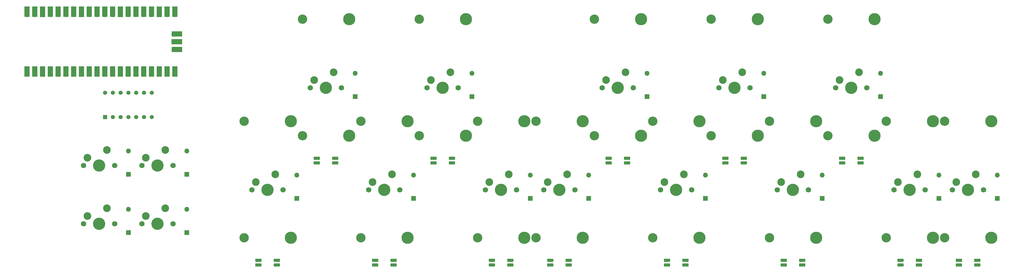
<source format=gts>
G04 #@! TF.GenerationSoftware,KiCad,Pcbnew,8.0.3*
G04 #@! TF.CreationDate,2024-07-07T23:06:26-07:00*
G04 #@! TF.ProjectId,melokey,6d656c6f-6b65-4792-9e6b-696361645f70,rev?*
G04 #@! TF.SameCoordinates,Original*
G04 #@! TF.FileFunction,Soldermask,Top*
G04 #@! TF.FilePolarity,Negative*
%FSLAX46Y46*%
G04 Gerber Fmt 4.6, Leading zero omitted, Abs format (unit mm)*
G04 Created by KiCad (PCBNEW 8.0.3) date 2024-07-07 23:06:26*
%MOMM*%
%LPD*%
G01*
G04 APERTURE LIST*
G04 Aperture macros list*
%AMRoundRect*
0 Rectangle with rounded corners*
0 $1 Rounding radius*
0 $2 $3 $4 $5 $6 $7 $8 $9 X,Y pos of 4 corners*
0 Add a 4 corners polygon primitive as box body*
4,1,4,$2,$3,$4,$5,$6,$7,$8,$9,$2,$3,0*
0 Add four circle primitives for the rounded corners*
1,1,$1+$1,$2,$3*
1,1,$1+$1,$4,$5*
1,1,$1+$1,$6,$7*
1,1,$1+$1,$8,$9*
0 Add four rect primitives between the rounded corners*
20,1,$1+$1,$2,$3,$4,$5,0*
20,1,$1+$1,$4,$5,$6,$7,0*
20,1,$1+$1,$6,$7,$8,$9,0*
20,1,$1+$1,$8,$9,$2,$3,0*%
G04 Aperture macros list end*
%ADD10C,1.750000*%
%ADD11C,4.000000*%
%ADD12C,2.500000*%
%ADD13RoundRect,0.102000X-0.900000X-0.410000X0.900000X-0.410000X0.900000X0.410000X-0.900000X0.410000X0*%
%ADD14C,3.048000*%
%ADD15C,3.987800*%
%ADD16RoundRect,0.102000X0.570000X-0.570000X0.570000X0.570000X-0.570000X0.570000X-0.570000X-0.570000X0*%
%ADD17C,1.344000*%
%ADD18O,1.700000X1.700000*%
%ADD19R,1.700000X3.500000*%
%ADD20R,1.700000X1.700000*%
%ADD21R,3.500000X1.700000*%
%ADD22R,1.600000X1.600000*%
%ADD23O,1.600000X1.600000*%
G04 APERTURE END LIST*
D10*
G04 #@! TO.C,SW9*
X151923750Y-171767500D03*
D11*
X157003750Y-171767500D03*
D10*
X162083750Y-171767500D03*
D12*
X153193750Y-169227500D03*
X159543750Y-166687500D03*
G04 #@! TD*
D10*
G04 #@! TO.C,SW17*
X96996250Y-216218750D03*
D11*
X102076250Y-216218750D03*
D10*
X107156250Y-216218750D03*
D12*
X98266250Y-213678750D03*
X104616250Y-211138750D03*
G04 #@! TD*
D13*
G04 #@! TO.C,D25*
X363543750Y-228167500D03*
X363543750Y-229667500D03*
X369563750Y-229667500D03*
X369563750Y-228167500D03*
G04 #@! TD*
D10*
G04 #@! TO.C,SW8*
X361473750Y-205105000D03*
D11*
X366553750Y-205105000D03*
D10*
X371633750Y-205105000D03*
D12*
X362743750Y-202565000D03*
X369093750Y-200025000D03*
G04 #@! TD*
D13*
G04 #@! TO.C,D20*
X211143750Y-228167500D03*
X211143750Y-229667500D03*
X217163750Y-229667500D03*
X217163750Y-228167500D03*
G04 #@! TD*
G04 #@! TO.C,D29*
X287343750Y-194830000D03*
X287343750Y-196330000D03*
X293363750Y-196330000D03*
X293363750Y-194830000D03*
G04 #@! TD*
D14*
G04 #@! TO.C,REF\u002A\u002A*
X339898750Y-220780000D03*
D15*
X355108750Y-220780000D03*
D14*
X339898750Y-182680000D03*
D15*
X355108750Y-182680000D03*
G04 #@! TD*
D14*
G04 #@! TO.C,REF\u002A\u002A*
X320848750Y-187442500D03*
D15*
X336058750Y-187442500D03*
D14*
X320848750Y-149342500D03*
D15*
X336058750Y-149342500D03*
G04 #@! TD*
D14*
G04 #@! TO.C,REF\u002A\u002A*
X168448750Y-220780000D03*
D15*
X183658750Y-220780000D03*
D14*
X168448750Y-182680000D03*
D15*
X183658750Y-182680000D03*
G04 #@! TD*
D10*
G04 #@! TO.C,SW2*
X170973750Y-205105000D03*
D11*
X176053750Y-205105000D03*
D10*
X181133750Y-205105000D03*
D12*
X172243750Y-202565000D03*
X178593750Y-200025000D03*
G04 #@! TD*
D10*
G04 #@! TO.C,SW13*
X323373750Y-171767500D03*
D11*
X328453750Y-171767500D03*
D10*
X333533750Y-171767500D03*
D12*
X324643750Y-169227500D03*
X330993750Y-166687500D03*
G04 #@! TD*
D13*
G04 #@! TO.C,D21*
X230193750Y-228167500D03*
X230193750Y-229667500D03*
X236213750Y-229667500D03*
X236213750Y-228167500D03*
G04 #@! TD*
G04 #@! TO.C,D30*
X325443750Y-194830000D03*
X325443750Y-196330000D03*
X331463750Y-196330000D03*
X331463750Y-194830000D03*
G04 #@! TD*
D10*
G04 #@! TO.C,SW10*
X190023750Y-171767500D03*
D11*
X195103750Y-171767500D03*
D10*
X200183750Y-171767500D03*
D12*
X191293750Y-169227500D03*
X197643750Y-166687500D03*
G04 #@! TD*
D14*
G04 #@! TO.C,REF\u002A\u002A*
X301798750Y-220780000D03*
D15*
X317008750Y-220780000D03*
D14*
X301798750Y-182680000D03*
D15*
X317008750Y-182680000D03*
G04 #@! TD*
D14*
G04 #@! TO.C,REF\u002A\u002A*
X263698750Y-220780000D03*
D15*
X278908750Y-220780000D03*
D14*
X263698750Y-182680000D03*
D15*
X278908750Y-182680000D03*
G04 #@! TD*
D10*
G04 #@! TO.C,SW16*
X77946250Y-216218750D03*
D11*
X83026250Y-216218750D03*
D10*
X88106250Y-216218750D03*
D12*
X79216250Y-213678750D03*
X85566250Y-211138750D03*
G04 #@! TD*
D10*
G04 #@! TO.C,SW15*
X96996250Y-197168750D03*
D11*
X102076250Y-197168750D03*
D10*
X107156250Y-197168750D03*
D12*
X98266250Y-194628750D03*
X104616250Y-192088750D03*
G04 #@! TD*
D13*
G04 #@! TO.C,D23*
X306393750Y-228167500D03*
X306393750Y-229667500D03*
X312413750Y-229667500D03*
X312413750Y-228167500D03*
G04 #@! TD*
D10*
G04 #@! TO.C,SW12*
X285273750Y-171767500D03*
D11*
X290353750Y-171767500D03*
D10*
X295433750Y-171767500D03*
D12*
X286543750Y-169227500D03*
X292893750Y-166687500D03*
G04 #@! TD*
D14*
G04 #@! TO.C,REF\u002A\u002A*
X149398750Y-187442500D03*
D15*
X164608750Y-187442500D03*
D14*
X149398750Y-149342500D03*
D15*
X164608750Y-149342500D03*
G04 #@! TD*
D10*
G04 #@! TO.C,SW3*
X209073750Y-205105000D03*
D11*
X214153750Y-205105000D03*
D10*
X219233750Y-205105000D03*
D12*
X210343750Y-202565000D03*
X216693750Y-200025000D03*
G04 #@! TD*
D10*
G04 #@! TO.C,SW7*
X342423750Y-205105000D03*
D11*
X347503750Y-205105000D03*
D10*
X352583750Y-205105000D03*
D12*
X343693750Y-202565000D03*
X350043750Y-200025000D03*
G04 #@! TD*
D13*
G04 #@! TO.C,D28*
X249243750Y-194830000D03*
X249243750Y-196330000D03*
X255263750Y-196330000D03*
X255263750Y-194830000D03*
G04 #@! TD*
D14*
G04 #@! TO.C,REF\u002A\u002A*
X187498750Y-187442500D03*
D15*
X202708750Y-187442500D03*
D14*
X187498750Y-149342500D03*
D15*
X202708750Y-149342500D03*
G04 #@! TD*
D13*
G04 #@! TO.C,D19*
X173043750Y-228167500D03*
X173043750Y-229667500D03*
X179063750Y-229667500D03*
X179063750Y-228167500D03*
G04 #@! TD*
D16*
G04 #@! TO.C,U2*
X84931250Y-181296250D03*
D17*
X87471250Y-181296250D03*
X90011250Y-181296250D03*
X92551250Y-181296250D03*
X95091250Y-181296250D03*
X97631250Y-181296250D03*
X100171250Y-181296250D03*
X100171250Y-173356250D03*
X97631250Y-173356250D03*
X95091250Y-173356250D03*
X92551250Y-173356250D03*
X90011250Y-173356250D03*
X87471250Y-173356250D03*
X84931250Y-173356250D03*
G04 #@! TD*
D14*
G04 #@! TO.C,REF\u002A\u002A*
X206548750Y-220780000D03*
D15*
X221758750Y-220780000D03*
D14*
X206548750Y-182680000D03*
D15*
X221758750Y-182680000D03*
G04 #@! TD*
D14*
G04 #@! TO.C,REF\u002A\u002A*
X244648750Y-187442500D03*
D15*
X259858750Y-187442500D03*
D14*
X244648750Y-149342500D03*
D15*
X259858750Y-149342500D03*
G04 #@! TD*
D10*
G04 #@! TO.C,SW1*
X132873750Y-205105000D03*
D11*
X137953750Y-205105000D03*
D10*
X143033750Y-205105000D03*
D12*
X134143750Y-202565000D03*
X140493750Y-200025000D03*
G04 #@! TD*
D13*
G04 #@! TO.C,D26*
X153993750Y-194830000D03*
X153993750Y-196330000D03*
X160013750Y-196330000D03*
X160013750Y-194830000D03*
G04 #@! TD*
G04 #@! TO.C,D27*
X192093750Y-194830000D03*
X192093750Y-196330000D03*
X198113750Y-196330000D03*
X198113750Y-194830000D03*
G04 #@! TD*
D10*
G04 #@! TO.C,SW4*
X228123750Y-205105000D03*
D11*
X233203750Y-205105000D03*
D10*
X238283750Y-205105000D03*
D12*
X229393750Y-202565000D03*
X235743750Y-200025000D03*
G04 #@! TD*
D14*
G04 #@! TO.C,REF\u002A\u002A*
X358948750Y-220780000D03*
D15*
X374158750Y-220780000D03*
D14*
X358948750Y-182680000D03*
D15*
X374158750Y-182680000D03*
G04 #@! TD*
D14*
G04 #@! TO.C,REF\u002A\u002A*
X225598750Y-220780000D03*
D15*
X240808750Y-220780000D03*
D14*
X225598750Y-182680000D03*
D15*
X240808750Y-182680000D03*
G04 #@! TD*
D13*
G04 #@! TO.C,D22*
X268293750Y-228167500D03*
X268293750Y-229667500D03*
X274313750Y-229667500D03*
X274313750Y-228167500D03*
G04 #@! TD*
D18*
G04 #@! TO.C,U1*
X59458750Y-165577500D03*
D19*
X59458750Y-166477500D03*
D18*
X61998750Y-165577500D03*
D19*
X61998750Y-166477500D03*
D20*
X64538750Y-165577500D03*
D19*
X64538750Y-166477500D03*
D18*
X67078750Y-165577500D03*
D19*
X67078750Y-166477500D03*
D18*
X69618750Y-165577500D03*
D19*
X69618750Y-166477500D03*
D18*
X72158750Y-165577500D03*
D19*
X72158750Y-166477500D03*
D18*
X74698750Y-165577500D03*
D19*
X74698750Y-166477500D03*
D20*
X77238750Y-165577500D03*
D19*
X77238750Y-166477500D03*
D18*
X79778750Y-165577500D03*
D19*
X79778750Y-166477500D03*
D18*
X82318750Y-165577500D03*
D19*
X82318750Y-166477500D03*
D18*
X84858750Y-165577500D03*
D19*
X84858750Y-166477500D03*
D18*
X87398750Y-165577500D03*
D19*
X87398750Y-166477500D03*
D20*
X89938750Y-165577500D03*
D19*
X89938750Y-166477500D03*
D18*
X92478750Y-165577500D03*
D19*
X92478750Y-166477500D03*
D18*
X95018750Y-165577500D03*
D19*
X95018750Y-166477500D03*
D18*
X97558750Y-165577500D03*
D19*
X97558750Y-166477500D03*
D18*
X100098750Y-165577500D03*
D19*
X100098750Y-166477500D03*
D20*
X102638750Y-165577500D03*
D19*
X102638750Y-166477500D03*
D18*
X105178750Y-165577500D03*
D19*
X105178750Y-166477500D03*
D18*
X107718750Y-165577500D03*
D19*
X107718750Y-166477500D03*
D18*
X107718750Y-147797500D03*
D19*
X107718750Y-146897500D03*
D18*
X105178750Y-147797500D03*
D19*
X105178750Y-146897500D03*
D20*
X102638750Y-147797500D03*
D19*
X102638750Y-146897500D03*
D18*
X100098750Y-147797500D03*
D19*
X100098750Y-146897500D03*
D18*
X97558750Y-147797500D03*
D19*
X97558750Y-146897500D03*
D18*
X95018750Y-147797500D03*
D19*
X95018750Y-146897500D03*
D18*
X92478750Y-147797500D03*
D19*
X92478750Y-146897500D03*
D20*
X89938750Y-147797500D03*
D19*
X89938750Y-146897500D03*
D18*
X87398750Y-147797500D03*
D19*
X87398750Y-146897500D03*
D18*
X84858750Y-147797500D03*
D19*
X84858750Y-146897500D03*
D18*
X82318750Y-147797500D03*
D19*
X82318750Y-146897500D03*
D18*
X79778750Y-147797500D03*
D19*
X79778750Y-146897500D03*
D20*
X77238750Y-147797500D03*
D19*
X77238750Y-146897500D03*
D18*
X74698750Y-147797500D03*
D19*
X74698750Y-146897500D03*
D18*
X72158750Y-147797500D03*
D19*
X72158750Y-146897500D03*
D18*
X69618750Y-147797500D03*
D19*
X69618750Y-146897500D03*
D18*
X67078750Y-147797500D03*
D19*
X67078750Y-146897500D03*
D20*
X64538750Y-147797500D03*
D19*
X64538750Y-146897500D03*
D18*
X61998750Y-147797500D03*
D19*
X61998750Y-146897500D03*
D18*
X59458750Y-147797500D03*
D19*
X59458750Y-146897500D03*
D18*
X107488750Y-159227500D03*
D21*
X108388750Y-159227500D03*
D20*
X107488750Y-156687500D03*
D21*
X108388750Y-156687500D03*
D18*
X107488750Y-154147500D03*
D21*
X108388750Y-154147500D03*
G04 #@! TD*
D14*
G04 #@! TO.C,REF\u002A\u002A*
X282748750Y-187442500D03*
D15*
X297958750Y-187442500D03*
D14*
X282748750Y-149342500D03*
D15*
X297958750Y-149342500D03*
G04 #@! TD*
D14*
G04 #@! TO.C,REF\u002A\u002A*
X130348750Y-220780000D03*
D15*
X145558750Y-220780000D03*
D14*
X130348750Y-182680000D03*
D15*
X145558750Y-182680000D03*
G04 #@! TD*
D13*
G04 #@! TO.C,D18*
X134943750Y-228167500D03*
X134943750Y-229667500D03*
X140963750Y-229667500D03*
X140963750Y-228167500D03*
G04 #@! TD*
D10*
G04 #@! TO.C,SW6*
X304323750Y-205105000D03*
D11*
X309403750Y-205105000D03*
D10*
X314483750Y-205105000D03*
D12*
X305593750Y-202565000D03*
X311943750Y-200025000D03*
G04 #@! TD*
D10*
G04 #@! TO.C,SW5*
X266223750Y-205105000D03*
D11*
X271303750Y-205105000D03*
D10*
X276383750Y-205105000D03*
D12*
X267493750Y-202565000D03*
X273843750Y-200025000D03*
G04 #@! TD*
D13*
G04 #@! TO.C,D24*
X344493750Y-228167500D03*
X344493750Y-229667500D03*
X350513750Y-229667500D03*
X350513750Y-228167500D03*
G04 #@! TD*
D10*
G04 #@! TO.C,SW14*
X77946250Y-197168750D03*
D11*
X83026250Y-197168750D03*
D10*
X88106250Y-197168750D03*
D12*
X79216250Y-194628750D03*
X85566250Y-192088750D03*
G04 #@! TD*
D10*
G04 #@! TO.C,SW11*
X247173750Y-171767500D03*
D11*
X252253750Y-171767500D03*
D10*
X257333750Y-171767500D03*
D12*
X248443750Y-169227500D03*
X254793750Y-166687500D03*
G04 #@! TD*
D22*
G04 #@! TO.C,D17*
X111601250Y-219076250D03*
D23*
X111601250Y-211456250D03*
G04 #@! TD*
D22*
G04 #@! TO.C,D11*
X261778750Y-174625000D03*
D23*
X261778750Y-167005000D03*
G04 #@! TD*
D22*
G04 #@! TO.C,D4*
X242728750Y-207962500D03*
D23*
X242728750Y-200342500D03*
G04 #@! TD*
D22*
G04 #@! TO.C,D10*
X204628750Y-174625000D03*
D23*
X204628750Y-167005000D03*
G04 #@! TD*
D22*
G04 #@! TO.C,D14*
X92551250Y-200026250D03*
D23*
X92551250Y-192406250D03*
G04 #@! TD*
D22*
G04 #@! TO.C,D8*
X376078750Y-207962500D03*
D23*
X376078750Y-200342500D03*
G04 #@! TD*
D22*
G04 #@! TO.C,D15*
X111601250Y-200026250D03*
D23*
X111601250Y-192406250D03*
G04 #@! TD*
D22*
G04 #@! TO.C,D2*
X185578750Y-207962500D03*
D23*
X185578750Y-200342500D03*
G04 #@! TD*
D22*
G04 #@! TO.C,D3*
X223678750Y-207962500D03*
D23*
X223678750Y-200342500D03*
G04 #@! TD*
D22*
G04 #@! TO.C,D12*
X299878750Y-174625000D03*
D23*
X299878750Y-167005000D03*
G04 #@! TD*
D22*
G04 #@! TO.C,D1*
X147478750Y-207962500D03*
D23*
X147478750Y-200342500D03*
G04 #@! TD*
D22*
G04 #@! TO.C,D7*
X357028750Y-207962500D03*
D23*
X357028750Y-200342500D03*
G04 #@! TD*
D22*
G04 #@! TO.C,D13*
X337978750Y-174625000D03*
D23*
X337978750Y-167005000D03*
G04 #@! TD*
D22*
G04 #@! TO.C,D5*
X280828750Y-207962500D03*
D23*
X280828750Y-200342500D03*
G04 #@! TD*
D22*
G04 #@! TO.C,D16*
X92551250Y-219076250D03*
D23*
X92551250Y-211456250D03*
G04 #@! TD*
D22*
G04 #@! TO.C,D6*
X318928750Y-207962500D03*
D23*
X318928750Y-200342500D03*
G04 #@! TD*
D22*
G04 #@! TO.C,D9*
X166528750Y-174625000D03*
D23*
X166528750Y-167005000D03*
G04 #@! TD*
M02*

</source>
